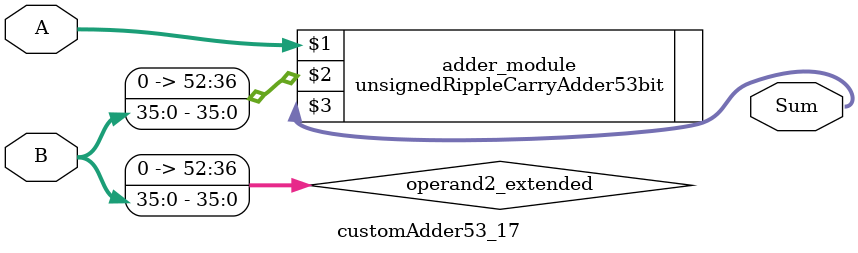
<source format=v>
module customAdder53_17(
                        input [52 : 0] A,
                        input [35 : 0] B,
                        
                        output [53 : 0] Sum
                );

        wire [52 : 0] operand2_extended;
        
        assign operand2_extended =  {17'b0, B};
        
        unsignedRippleCarryAdder53bit adder_module(
            A,
            operand2_extended,
            Sum
        );
        
        endmodule
        
</source>
